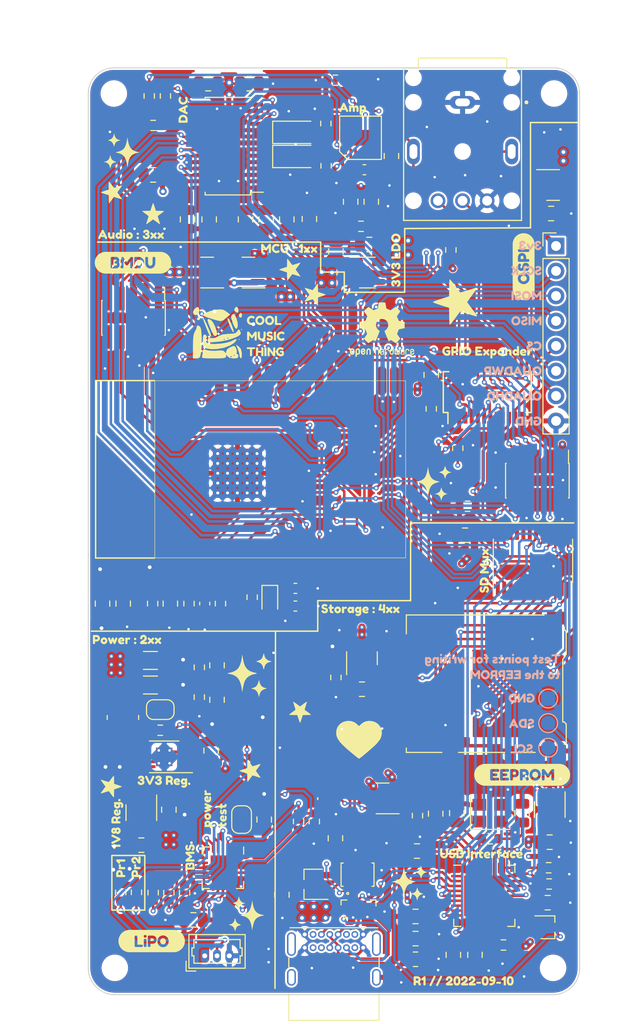
<source format=kicad_pcb>
(kicad_pcb (version 20211014) (generator pcbnew)

  (general
    (thickness 1.566672)
  )

  (paper "A4")
  (layers
    (0 "F.Cu" signal)
    (1 "In1.Cu" signal)
    (2 "In2.Cu" signal)
    (31 "B.Cu" signal)
    (32 "B.Adhes" user "B.Adhesive")
    (33 "F.Adhes" user "F.Adhesive")
    (34 "B.Paste" user)
    (35 "F.Paste" user)
    (36 "B.SilkS" user "B.Silkscreen")
    (37 "F.SilkS" user "F.Silkscreen")
    (38 "B.Mask" user)
    (39 "F.Mask" user)
    (40 "Dwgs.User" user "User.Drawings")
    (41 "Cmts.User" user "User.Comments")
    (42 "Eco1.User" user "User.Eco1")
    (43 "Eco2.User" user "User.Eco2")
    (44 "Edge.Cuts" user)
    (45 "Margin" user)
    (46 "B.CrtYd" user "B.Courtyard")
    (47 "F.CrtYd" user "F.Courtyard")
    (48 "B.Fab" user)
    (49 "F.Fab" user)
    (50 "User.1" user)
    (51 "User.2" user)
    (52 "User.3" user)
    (53 "User.4" user)
    (54 "User.5" user)
    (55 "User.6" user)
    (56 "User.7" user)
    (57 "User.8" user)
    (58 "User.9" user)
  )

  (setup
    (stackup
      (layer "F.SilkS" (type "Top Silk Screen") (color "White"))
      (layer "F.Paste" (type "Top Solder Paste"))
      (layer "F.Mask" (type "Top Solder Mask") (color "Purple") (thickness 0.0254))
      (layer "F.Cu" (type "copper") (thickness 0.04318))
      (layer "dielectric 1" (type "prepreg") (thickness 0.202184) (material "FR408-HR") (epsilon_r 3.69) (loss_tangent 0.0091))
      (layer "In1.Cu" (type "copper") (thickness 0.017272))
      (layer "dielectric 2" (type "core") (thickness 0.9906) (material "FR408-HR") (epsilon_r 3.69) (loss_tangent 0.0091))
      (layer "In2.Cu" (type "copper") (thickness 0.017272))
      (layer "dielectric 3" (type "prepreg") (thickness 0.202184) (material "FR408-HR") (epsilon_r 3.69) (loss_tangent 0.0091))
      (layer "B.Cu" (type "copper") (thickness 0.04318))
      (layer "B.Mask" (type "Bottom Solder Mask") (color "Purple") (thickness 0.0254))
      (layer "B.Paste" (type "Bottom Solder Paste"))
      (layer "B.SilkS" (type "Bottom Silk Screen") (color "White"))
      (copper_finish "ENIG")
      (dielectric_constraints no)
    )
    (pad_to_mask_clearance 0.0508)
    (grid_origin 118.2 118.8)
    (pcbplotparams
      (layerselection 0x00010fc_ffffffff)
      (disableapertmacros false)
      (usegerberextensions true)
      (usegerberattributes true)
      (usegerberadvancedattributes true)
      (creategerberjobfile true)
      (svguseinch false)
      (svgprecision 6)
      (excludeedgelayer true)
      (plotframeref false)
      (viasonmask false)
      (mode 1)
      (useauxorigin false)
      (hpglpennumber 1)
      (hpglpenspeed 20)
      (hpglpendiameter 15.000000)
      (dxfpolygonmode true)
      (dxfimperialunits true)
      (dxfusepcbnewfont true)
      (psnegative false)
      (psa4output false)
      (plotreference true)
      (plotvalue true)
      (plotinvisibletext false)
      (sketchpadsonfab false)
      (subtractmaskfromsilk false)
      (outputformat 1)
      (mirror false)
      (drillshape 0)
      (scaleselection 1)
      (outputdirectory "gerbers")
    )
  )

  (net 0 "")
  (net 1 "Net-(C101-Pad1)")
  (net 2 "GND")
  (net 3 "+3V3")
  (net 4 "Net-(C104-Pad1)")
  (net 5 "Net-(C106-Pad1)")
  (net 6 "Net-(C107-Pad2)")
  (net 7 "VBUS_SWITCHED")
  (net 8 "BAT")
  (net 9 "Net-(C203-Pad1)")
  (net 10 "Net-(C204-Pad1)")
  (net 11 "SYS_POWER")
  (net 12 "BAT_LEVEL")
  (net 13 "+1V8")
  (net 14 "3V3_ANALOG")
  (net 15 "3V3_AUDIO")
  (net 16 "Net-(C306-Pad1)")
  (net 17 "Net-(C306-Pad2)")
  (net 18 "Net-(C308-Pad1)")
  (net 19 "Net-(C308-Pad2)")
  (net 20 "Net-(C311-Pad1)")
  (net 21 "Net-(C311-Pad2)")
  (net 22 "Net-(C312-Pad1)")
  (net 23 "Net-(C314-Pad1)")
  (net 24 "1V8_AUDIO")
  (net 25 "USB_VDD33")
  (net 26 "Net-(C405-Pad1)")
  (net 27 "/Storage/VBUS_RAW")
  (net 28 "Net-(C409-Pad1)")
  (net 29 "Net-(C412-Pad1)")
  (net 30 "Net-(C413-Pad1)")
  (net 31 "Net-(C414-Pad2)")
  (net 32 "SD_VDD")
  (net 33 "KEYS_ROW_0")
  (net 34 "KEYS_ROW_1")
  (net 35 "Net-(D401-Pad1)")
  (net 36 "unconnected-(D401-Pad2)")
  (net 37 "SD_VDD_EN")
  (net 38 "ESP_SCLK")
  (net 39 "ESP_MOSI")
  (net 40 "ESP_MISO")
  (net 41 "DISPLAY_CS")
  (net 42 "ESP_QUADWP")
  (net 43 "ESP_QUADHD")
  (net 44 "NTC")
  (net 45 "Net-(J301-Pad2)")
  (net 46 "Net-(J301-Pad3)")
  (net 47 "~{3.5mm_DETECT}")
  (net 48 "Net-(J301-Pad6)")
  (net 49 "Net-(J401-PadA5)")
  (net 50 "unconnected-(J401-PadA8)")
  (net 51 "Net-(J401-PadB5)")
  (net 52 "unconnected-(J401-PadB8)")
  (net 53 "SD_DAT3")
  (net 54 "SD_CMD")
  (net 55 "SD_CLK")
  (net 56 "SD_DAT0")
  (net 57 "SD_DAT1")
  (net 58 "SD_DAT2")
  (net 59 "Net-(JP202-Pad1)")
  (net 60 "Net-(L201-Pad1)")
  (net 61 "DISPLAY_EN")
  (net 62 "3V3_AUDIO_EN")
  (net 63 "Net-(Q401-Pad2)")
  (net 64 "USB_STORAGE_EN")
  (net 65 "Net-(R102-Pad2)")
  (net 66 "ESP_SCL")
  (net 67 "ESP_SDA")
  (net 68 "LOCK_SW")
  (net 69 "Net-(R201-Pad2)")
  (net 70 "Net-(R203-Pad2)")
  (net 71 "Net-(R204-Pad2)")
  (net 72 "PROG1")
  (net 73 "PROG3")
  (net 74 "~{CHG_PWR_OK}")
  (net 75 "Net-(R208-Pad2)")
  (net 76 "Net-(R303-Pad2)")
  (net 77 "Net-(R306-Pad2)")
  (net 78 "Net-(R401-Pad1)")
  (net 79 "Net-(R402-Pad2)")
  (net 80 "Net-(J403-Pad2)")
  (net 81 "Net-(J403-Pad3)")
  (net 82 "SD_MUX_SW")
  (net 83 "DAC_SCK")
  (net 84 "DAC_BCK")
  (net 85 "DAC_LRCK")
  (net 86 "JTAG_TMS")
  (net 87 "JTAG_TDI")
  (net 88 "JTAG_TCK")
  (net 89 "unconnected-(U101-Pad17)")
  (net 90 "unconnected-(U101-Pad18)")
  (net 91 "unconnected-(U101-Pad19)")
  (net 92 "unconnected-(U101-Pad20)")
  (net 93 "unconnected-(U101-Pad21)")
  (net 94 "unconnected-(U101-Pad22)")
  (net 95 "JTAG_TDO")
  (net 96 "DAC_DIN")
  (net 97 "unconnected-(U101-Pad32)")
  (net 98 "UART_RXD")
  (net 99 "UART_TXD")
  (net 100 "DAC_MUTE")
  (net 101 "KEYS_COL_0")
  (net 102 "KEYS_COL_1")
  (net 103 "KEYS_CENTRE")
  (net 104 "unconnected-(U203-Pad4)")
  (net 105 "unconnected-(U204-Pad4)")
  (net 106 "unconnected-(U401-Pad6)")
  (net 107 "unconnected-(U401-Pad7)")
  (net 108 "unconnected-(U401-Pad8)")
  (net 109 "unconnected-(U401-Pad9)")
  (net 110 "/Storage/USB_DP")
  (net 111 "/Storage/USB_DN")
  (net 112 "unconnected-(U404-Pad1)")
  (net 113 "USB_SD_DAT1")
  (net 114 "USB_SD_DAT0")
  (net 115 "unconnected-(U404-Pad7)")
  (net 116 "unconnected-(U404-Pad8)")
  (net 117 "USB_SD_CLK")
  (net 118 "unconnected-(U404-Pad10)")
  (net 119 "USB_SD_CMD")
  (net 120 "unconnected-(U404-Pad12)")
  (net 121 "unconnected-(U404-Pad15)")
  (net 122 "unconnected-(U404-Pad16)")
  (net 123 "unconnected-(U404-Pad17)")
  (net 124 "unconnected-(U404-Pad19)")
  (net 125 "unconnected-(U404-Pad20)")
  (net 126 "USB_SD_DAT3")
  (net 127 "unconnected-(U404-Pad24)")
  (net 128 "USB_SD_DAT2")
  (net 129 "unconnected-(U404-Pad29)")
  (net 130 "unconnected-(U405-Pad3)")
  (net 131 "unconnected-(U103-Pad10)")
  (net 132 "Net-(C312-Pad2)")
  (net 133 "Net-(C313-Pad2)")
  (net 134 "Net-(R302-Pad1)")
  (net 135 "Net-(R305-Pad1)")
  (net 136 "Net-(R309-Pad2)")
  (net 137 "unconnected-(U301-Pad15)")
  (net 138 "SPARE_ANALOG_2")
  (net 139 "SPARE_ANALOG_1")
  (net 140 "unconnected-(U101-Pad24)")
  (net 141 "unconnected-(U402-Pad14)")
  (net 142 "unconnected-(U402-Pad11)")
  (net 143 "unconnected-(U101-Pad27)")
  (net 144 "unconnected-(U101-Pad28)")
  (net 145 "ESP_SD_CS")
  (net 146 "unconnected-(U405-Pad19)")
  (net 147 "unconnected-(U405-Pad21)")

  (footprint "Capacitor_SMD:C_0805_2012Metric" (layer "F.Cu") (at 143.7 75.55 180))

  (footprint "Resistor_SMD:R_0603_1608Metric" (layer "F.Cu") (at 138.1 134.2 90))

  (footprint "kibuzzard-631D91FD" (layer "F.Cu") (at 153.3 150.4))

  (footprint "Package_SO:MSOP-10-1EP_3x3mm_P0.5mm_EP1.68x1.88mm_ThermalVias" (layer "F.Cu") (at 122.825 127.625 180))

  (footprint "Resistor_SMD:R_0603_1608Metric" (layer "F.Cu") (at 131.775 111.4 -90))

  (footprint "Package_TO_SOT_SMD:SOT-23" (layer "F.Cu") (at 131.4 78.4 180))

  (footprint "Capacitor_SMD:C_0805_2012Metric" (layer "F.Cu") (at 128.2 118.325 90))

  (footprint "Resistor_SMD:R_0603_1608Metric" (layer "F.Cu") (at 126.4 118.525 -90))

  (footprint "MountingHole:MountingHole_2.2mm_M2" (layer "F.Cu") (at 117.8 149.075))

  (footprint "Capacitor_SMD:C_1206_3216Metric" (layer "F.Cu") (at 121.425 117.825))

  (footprint "Resistor_SMD:R_0603_1608Metric" (layer "F.Cu") (at 122.425 124.925 180))

  (footprint "Package_DFN_QFN:QFN-20-1EP_4x4mm_P0.5mm_EP2.5x2.5mm" (layer "F.Cu") (at 128.8 138.9 -90))

  (footprint "Capacitor_SMD:C_0805_2012Metric" (layer "F.Cu") (at 134.8 141.65 -90))

  (footprint "Resistor_SMD:R_0603_1608Metric" (layer "F.Cu") (at 122.95 60.45 90))

  (footprint "Symbol:OSHW-Logo2_7.3x6mm_SilkScreen" (layer "F.Cu") (at 145 84.2))

  (footprint "pretty-kicad-footprints:sparkles" (layer "F.Cu") (at 131.5 119.3))

  (footprint "footprints:CUI_SJ-3566AN" (layer "F.Cu") (at 153.1875 66.1 -90))

  (footprint "kibuzzard-631DB211" (layer "F.Cu") (at 155.4 108.7 90))

  (footprint "Resistor_SMD:R_0603_1608Metric" (layer "F.Cu") (at 123.3 141.425 -90))

  (footprint "Jumper:SolderJumper-2_P1.3mm_Bridged_RoundedPad1.0x1.5mm" (layer "F.Cu") (at 130.7 134 90))

  (footprint "Resistor_SMD:R_0603_1608Metric" (layer "F.Cu") (at 153.7 102.15 180))

  (footprint "pretty-kicad-footprints:heart" (layer "F.Cu") (at 142.65 125.9))

  (footprint "Capacitor_SMD:C_0805_2012Metric" (layer "F.Cu") (at 125.8 144.2 180))

  (footprint "Capacitor_SMD:C_0805_2012Metric" (layer "F.Cu") (at 142.95 120.75 180))

  (footprint "Capacitor_SMD:C_0805_2012Metric" (layer "F.Cu") (at 152.6 133.35 90))

  (footprint "Resistor_SMD:R_0603_1608Metric" (layer "F.Cu") (at 152.7 96.25 90))

  (footprint "Package_TO_SOT_SMD:SOT-23-5" (layer "F.Cu") (at 162.06 132.98 -90))

  (footprint "Resistor_SMD:R_0603_1608Metric" (layer "F.Cu") (at 162 140.55 180))

  (footprint "Capacitor_SMD:C_0805_2012Metric" (layer "F.Cu") (at 137.6 72.95 -90))

  (footprint "Capacitor_SMD:C_0805_2012Metric" (layer "F.Cu") (at 148.4 143.85))

  (footprint "kibuzzard-631DB129" (layer "F.Cu") (at 119.95 138.8 90))

  (footprint "Package_SO:TSSOP-24_4.4x7.8mm_P0.65mm" (layer "F.Cu") (at 160.35 107.7 90))

  (footprint "Capacitor_SMD:C_0805_2012Metric" (layer "F.Cu") (at 141.8 71.2 -90))

  (footprint "pretty-kicad-footprints:star_small" (layer "F.Cu") (at 121.7 72.4))

  (footprint "Crystal:Crystal_SMD_3225-4Pin_3.2x2.5mm" (layer "F.Cu") (at 156 133.35))

  (footprint "Package_TO_SOT_SMD:SOT-23-5" (layer "F.Cu") (at 120.5 133.3 -90))

  (footprint "Capacitor_SMD:C_0805_2012Metric" (layer "F.Cu")
    (tedit 5F68FEEE) (tstamp 460a573e-965c-4442-8577-238cad9738dd)
    (at 118.65 112.05 -90)
    (descr "Capacitor SMD 0805 (2012 Metric), square (rectangular) end terminal, IPC_7351 nominal, (Body size source: IPC-SM-782 page 76, https://www.pcb-3d.com/wordpress/wp-content/uploads/ipc-sm-782a_amendment_1_and_2.pdf, https://docs.google.com/spreadsheets/d/1BsfQQcO9C6DZCsRaXUlFlo91Tg2WpOkGARC1WS5S8t0/edit?usp=sharing), generated with kicad-footprint-generator")
    (tags "capacitor")
    (property "PN" "EMK212BBJ226MG-T ")
    (property "Sheetfile" "gay-ipod.kicad_sch")
    (property "Sheetname" "")
    (path "/93940494-ebf8-4959-8a7a-ade7f7db3255")
    (attr smd)
    (fp_text reference "C103" (at 0 -1.68 -270) (layer "F.SilkS") hide
      (effects (font (size 1 1) (thickness 0.15)))
      (tstamp 3cfbefeb-977b-4795-9f32-5104a5564671)
    )
    (fp_text value "22uF" (at 0 1.68 -270) (layer "F.Fab") hide
      (effects (font (size 1 1) (thickness 0.15)))
      (tstamp b21c6105-f740-4b24-a284-85beaa857ea7)
    )
    (fp_text user "${REFERENCE}" (at 0 0 -270) (layer "F.Fab") hide
      (effects (font (size 0.5 0.5) (thickness 0.08)))
      (tstamp be003acc-0d63-42a0-a82c-b40d68bc83ac)
    )
    (fp_line (start -0.261252 -0.735) (end 0.261252 -0.735) (layer "F.SilkS") (width 0.12) (tstamp 6b96712b-f5b9-41de-8393-33d0142e2e5e))
    (fp_line (start -0.261252 0.735) (end 0.261252 0.735) (layer "F.SilkS") (width 0.12) (tstamp a25404a7-130f-49ec-8600-397fe2857653))
    (fp_line (start -1.7 0.98) (end -1.7 -0.98) (layer "F.CrtYd") (width 0.05) (tstamp 01dbc337-c0d8-4920-bfeb-95a83f5fb070))
    (fp_line (start 1.7 -0.98) (end 1.7 0.98) (layer "F.CrtYd") (width 0.05) (tstamp 0bf6b552-9ee8-4561-8f3d-fffe1eb5f455))
    (fp_line (start 1.7 0.98) (end -1.7 0.98) (layer "F.CrtYd") (width 0.05) (tstamp 3897581a-51bd-4890-b072-8ac30d38f0d8))
    (fp_line (start -1.7 -0.98) (end 1.7 -0.98) (layer "F.CrtYd") (width 0.05) (tstamp 9a2b042f-8cf1-4e28-9c88-5dac548f0967))
    (fp_line (start 1 -0.625) (end 1 0.625) (layer "F.Fab") (width 0.1) (tstamp 092f6f57-a1a5-442c-8fb5-d4252a593b93))
    (fp_line (start -1 -0.625) (end 1 -0.625) (layer "F.Fab") (width 0.1) (tstamp 24bf4b60-4e7f-4168-bf86-0c7aede4af80))
    (fp_line (start -1 0.625) (end -1 -0.625) (layer "F.Fab") (width 0.1) (tstamp 622fc16b-1cd1-4f4f-9054-bfe82c553aa5))
    (fp_line (start 1 0.625) (end -1 0.625) (layer "F.Fab") (width 0.1) (tstamp f3610558-73bc-4de3-aaed-fb5a86b26238))
    (pad "1" smd roundrect (at -0.95 0 270) (size
... [3392530 chars truncated]
</source>
